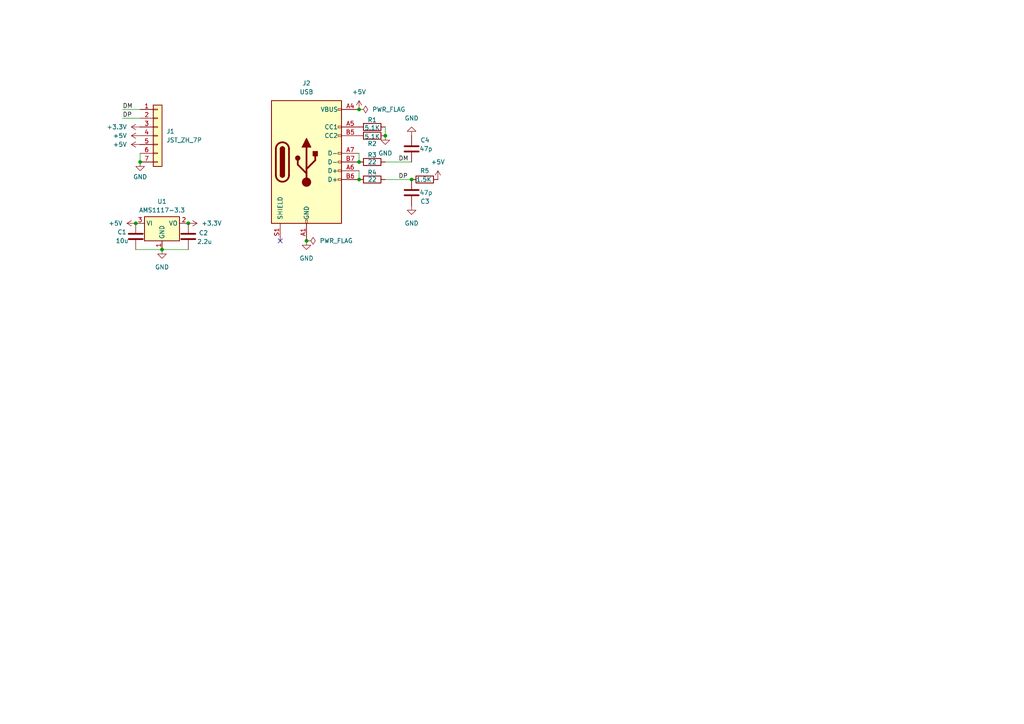
<source format=kicad_sch>
(kicad_sch (version 20231120) (generator "eeschema") (generator_version "8.0")
  (paper "A4")
  (lib_symbols
    (symbol "Connector:USB_C_Receptacle_USB2.0_14P" (pin_names (offset 1.016))
      (property "Reference" "J" (at 0 22.225 0))
      (property "Value" "USB_C_Receptacle_USB2.0_14P" (at 0 19.685 0))
      (symbol "USB_C_Receptacle_USB2.0_14P_0_0"
        (rectangle (start -0.254 -17.78) (end 0.254 -16.764))
        (rectangle (start 10.16 -4.826) (end 9.144 -5.334))
        (rectangle (start 10.16 -2.286) (end 9.144 -2.794))
        (rectangle (start 10.16 0.254) (end 9.144 -0.254))
        (rectangle (start 10.16 2.794) (end 9.144 2.286))
        (rectangle (start 10.16 7.874) (end 9.144 7.366))
        (rectangle (start 10.16 10.414) (end 9.144 9.906))
        (rectangle (start 10.16 15.494) (end 9.144 14.986))
      )
      (symbol "USB_C_Receptacle_USB2.0_14P_0_1"
        (rectangle (start -10.16 17.78) (end 10.16 -17.78) (stroke (width 0.254)) (fill (type background)))
        (arc (start -8.89 -3.81) (mid -6.985 -5.7067) (end -5.08 -3.81) (stroke (width 0.508)))
        (arc (start -7.62 -3.81) (mid -6.985 -4.4423) (end -6.35 -3.81) (stroke (width 0.254)))
        (arc (start -7.62 -3.81) (mid -6.985 -4.4423) (end -6.35 -3.81) (stroke (width 0.254)) (fill (type outline)))
        (rectangle (start -7.62 -3.81) (end -6.35 3.81) (stroke (width 0.254)) (fill (type outline)))
        (arc (start -6.35 3.81) (mid -6.985 4.4423) (end -7.62 3.81) (stroke (width 0.254)))
        (arc (start -6.35 3.81) (mid -6.985 4.4423) (end -7.62 3.81) (stroke (width 0.254)) (fill (type outline)))
        (arc (start -5.08 3.81) (mid -6.985 5.7067) (end -8.89 3.81) (stroke (width 0.508)))
        (circle (center -2.54 1.143) (radius 0.635) (stroke (width 0.254)) (fill (type outline)))
        (circle (center 0 -5.842) (radius 1.27) (fill (type outline)))
        (polyline (pts (xy -8.89 -3.81) (xy -8.89 3.81)) (stroke (width 0.508)))
        (polyline (pts (xy -5.08 3.81) (xy -5.08 -3.81)) (stroke (width 0.508)))
        (polyline (pts (xy 0 -5.842) (xy 0 4.318)) (stroke (width 0.508)))
        (polyline (pts (xy 0 -3.302) (xy -2.54 -0.762) (xy -2.54 0.508)) (stroke (width 0.508)))
        (polyline (pts (xy 0 -2.032) (xy 2.54 0.508) (xy 2.54 1.778)) (stroke (width 0.508)))
        (polyline (pts (xy -1.27 4.318) (xy 0 6.858) (xy 1.27 4.318) (xy -1.27 4.318)) (stroke (width 0.254)) (fill (type outline)))
        (rectangle (start 1.905 1.778) (end 3.175 3.048) (stroke (width 0.254)) (fill (type outline)))
      )
      (symbol "USB_C_Receptacle_USB2.0_14P_1_1"
        (pin passive line (at 0 -22.86 90) (length 5.08) (name "GND") (number "A1"))
        (pin passive line (at 0 -22.86 90) (length 5.08) hide (name "GND") (number "A12"))
        (pin passive line (at 15.24 15.24 180) (length 5.08) (name "VBUS") (number "A4"))
        (pin bidirectional line (at 15.24 10.16 180) (length 5.08) (name "CC1") (number "A5"))
        (pin bidirectional line (at 15.24 -2.54 180) (length 5.08) (name "D+") (number "A6"))
        (pin bidirectional line (at 15.24 2.54 180) (length 5.08) (name "D-") (number "A7"))
        (pin passive line (at 15.24 15.24 180) (length 5.08) hide (name "VBUS") (number "A9"))
        (pin passive line (at 0 -22.86 90) (length 5.08) hide (name "GND") (number "B1"))
        (pin passive line (at 0 -22.86 90) (length 5.08) hide (name "GND") (number "B12"))
        (pin passive line (at 15.24 15.24 180) (length 5.08) hide (name "VBUS") (number "B4"))
        (pin bidirectional line (at 15.24 7.62 180) (length 5.08) (name "CC2") (number "B5"))
        (pin bidirectional line (at 15.24 -5.08 180) (length 5.08) (name "D+") (number "B6"))
        (pin bidirectional line (at 15.24 0 180) (length 5.08) (name "D-") (number "B7"))
        (pin passive line (at 15.24 15.24 180) (length 5.08) hide (name "VBUS") (number "B9"))
        (pin passive line (at -7.62 -22.86 90) (length 5.08) (name "SHIELD") (number "S1"))
      )
    )
    (symbol "Connector_Generic:Conn_01x07" (pin_names (offset 1.016) hide)
      (property "Reference" "J" (at 0 10.16 0))
      (property "Value" "Conn_01x07" (at 0 -10.16 0))
      (symbol "Conn_01x07_1_1"
        (rectangle (start -1.27 -7.493) (end 0 -7.747) (stroke (width 0.1524)))
        (rectangle (start -1.27 -4.953) (end 0 -5.207) (stroke (width 0.1524)))
        (rectangle (start -1.27 -2.413) (end 0 -2.667) (stroke (width 0.1524)))
        (rectangle (start -1.27 0.127) (end 0 -0.127) (stroke (width 0.1524)))
        (rectangle (start -1.27 2.667) (end 0 2.413) (stroke (width 0.1524)))
        (rectangle (start -1.27 5.207) (end 0 4.953) (stroke (width 0.1524)))
        (rectangle (start -1.27 7.747) (end 0 7.493) (stroke (width 0.1524)))
        (rectangle (start -1.27 8.89) (end 1.27 -8.89) (stroke (width 0.254)) (fill (type background)))
        (pin passive line (at -5.08 7.62 0) (length 3.81) (name "Pin_1") (number "1"))
        (pin passive line (at -5.08 5.08 0) (length 3.81) (name "Pin_2") (number "2"))
        (pin passive line (at -5.08 2.54 0) (length 3.81) (name "Pin_3") (number "3"))
        (pin passive line (at -5.08 0 0) (length 3.81) (name "Pin_4") (number "4"))
        (pin passive line (at -5.08 -2.54 0) (length 3.81) (name "Pin_5") (number "5"))
        (pin passive line (at -5.08 -5.08 0) (length 3.81) (name "Pin_6") (number "6"))
        (pin passive line (at -5.08 -7.62 0) (length 3.81) (name "Pin_7") (number "7"))
      )
    )
    (symbol "Device:C" (pin_numbers hide) (pin_names (offset 0.254))
      (property "Reference" "C" (at 0.635 2.54 0))
      (property "Value" "C" (at 0.635 -2.54 0))
      (symbol "C_0_1"
        (polyline (pts (xy -2.032 -0.762) (xy 2.032 -0.762)) (stroke (width 0.508)))
        (polyline (pts (xy -2.032 0.762) (xy 2.032 0.762)) (stroke (width 0.508)))
      )
      (symbol "C_1_1"
        (pin passive line (at 0 3.81 270) (length 2.794) (name "~") (number "1"))
        (pin passive line (at 0 -3.81 90) (length 2.794) (name "~") (number "2"))
      )
    )
    (symbol "Device:R" (pin_numbers hide) (pin_names (offset 0))
      (property "Reference" "R" (at 2.032 0 90))
      (property "Value" "R" (at 0 0 90))
      (symbol "R_0_1"
        (rectangle (start -1.016 -2.54) (end 1.016 2.54) (stroke (width 0.254)))
      )
      (symbol "R_1_1"
        (pin passive line (at 0 3.81 270) (length 1.27) (name "~") (number "1"))
        (pin passive line (at 0 -3.81 90) (length 1.27) (name "~") (number "2"))
      )
    )
    (symbol "Regulator_Linear:AMS1117-3.3"
      (property "Reference" "U" (at -3.81 3.175 0))
      (property "Value" "AMS1117-3.3" (at 0 3.175 0))
      (symbol "AMS1117-3.3_0_1"
        (rectangle (start -5.08 -5.08) (end 5.08 1.905) (stroke (width 0.254)) (fill (type background)))
      )
      (symbol "AMS1117-3.3_1_1"
        (pin power_in line (at 0 -7.62 90) (length 2.54) (name "GND") (number "1"))
        (pin power_out line (at 7.62 0 180) (length 2.54) (name "VO") (number "2"))
        (pin power_in line (at -7.62 0 0) (length 2.54) (name "VI") (number "3"))
      )
    )
    (symbol "power:+3.3V" (power) (pin_numbers hide) (pin_names (offset 0) hide)
      (property "Value" "+3.3V" (at 0 3.556 0))
      (symbol "+3.3V_0_1"
        (polyline (pts (xy -0.762 1.27) (xy 0 2.54)))
        (polyline (pts (xy 0 0) (xy 0 2.54)))
        (polyline (pts (xy 0 2.54) (xy 0.762 1.27)))
      )
      (symbol "+3.3V_1_1"
        (pin power_in line (at 0 0 90) (length 0) (name "~") (number "1"))
      )
    )
    (symbol "power:+5V" (power) (pin_numbers hide) (pin_names (offset 0) hide)
      (property "Value" "+5V" (at 0 3.556 0))
      (symbol "+5V_0_1"
        (polyline (pts (xy -0.762 1.27) (xy 0 2.54)))
        (polyline (pts (xy 0 0) (xy 0 2.54)))
        (polyline (pts (xy 0 2.54) (xy 0.762 1.27)))
      )
      (symbol "+5V_1_1"
        (pin power_in line (at 0 0 90) (length 0) (name "~") (number "1"))
      )
    )
    (symbol "power:GND" (power) (pin_numbers hide) (pin_names (offset 0) hide)
      (property "Value" "GND" (at 0 -3.81 0))
      (symbol "GND_0_1"
        (polyline (pts (xy 0 0) (xy 0 -1.27) (xy 1.27 -1.27) (xy 0 -2.54) (xy -1.27 -1.27) (xy 0 -1.27)))
      )
      (symbol "GND_1_1"
        (pin power_in line (at 0 0 270) (length 0) (name "~") (number "1"))
      )
    )
    (symbol "power:PWR_FLAG" (power) (pin_numbers hide) (pin_names (offset 0) hide)
      (property "Value" "PWR_FLAG" (at 0 3.81 0))
      (symbol "PWR_FLAG_0_0"
        (pin power_out line (at 0 0 90) (length 0) (name "~") (number "1"))
      )
      (symbol "PWR_FLAG_0_1"
        (polyline (pts (xy 0 0) (xy 0 1.27) (xy -1.016 1.905) (xy 0 2.54) (xy 1.016 1.905) (xy 0 1.27)))
      )
    )
  )
  (junction (at 46.99 72.39))
  (junction (at 88.9 69.85))
  (junction (at 111.76 39.37))
  (junction (at 40.64 46.99))
  (junction (at 119.38 52.07))
  (junction (at 39.37 64.77))
  (junction (at 104.14 31.75))
  (junction (at 54.61 64.77))
  (junction (at 104.14 46.99))
  (junction (at 104.14 52.07))
  (no_connect (at 81.28 69.85))
  (wire (pts (xy 39.37 72.39) (xy 46.99 72.39)))
  (wire (pts (xy 46.99 72.39) (xy 54.61 72.39)))
  (wire (pts (xy 111.76 36.83) (xy 111.76 39.37)))
  (wire (pts (xy 104.14 49.53) (xy 104.14 52.07)))
  (wire (pts (xy 35.56 31.75) (xy 40.64 31.75)))
  (wire (pts (xy 111.76 52.07) (xy 119.38 52.07)))
  (wire (pts (xy 104.14 44.45) (xy 104.14 46.99)))
  (wire (pts (xy 111.76 46.99) (xy 119.38 46.99)))
  (wire (pts (xy 40.64 44.45) (xy 40.64 46.99)))
  (wire (pts (xy 35.56 34.29) (xy 40.64 34.29)))
  (label "DP" (at 115.57 52.07 0))
  (label "DP" (at 35.56 34.29 0))
  (label "DM" (at 115.57 46.99 0))
  (label "DM" (at 35.56 31.75 0))
  (symbol (lib_id "power:GND") (at 46.99 72.39 0) (unit 1)
    (property "Reference" "#PWR08" (effects (hide yes)))
    (property "Value" "GND" (at 46.99 77.47 0))
    (property "Description" "Power symbol creates a global label with name \"GND\" , ground" (effects (hide yes)))
  )
  (symbol (lib_id "power:PWR_FLAG") (at 104.14 31.75 270) (unit 1)
    (property "Reference" "#FLG02" (effects (hide yes)))
    (property "Value" "PWR_FLAG" (at 107.95 31.7499 90) (effects (justify left)))
    (property "Description" "Special symbol for telling ERC where power comes from" (effects (hide yes)))
  )
  (symbol (lib_id "power:+5V") (at 40.64 39.37 90) (unit 1)
    (property "Reference" "#PWR02" (effects (hide yes)))
    (property "Value" "+5V" (at 36.83 39.3699 90) (effects (justify left)))
    (property "Description" "Power symbol creates a global label with name \"+5V\"" (effects (hide yes)))
  )
  (symbol (lib_id "power:+5V") (at 39.37 64.77 90) (unit 1)
    (property "Reference" "#PWR09" (effects (hide yes)))
    (property "Value" "+5V" (at 35.56 64.7699 90) (effects (justify left)))
    (property "Description" "Power symbol creates a global label with name \"+5V\"" (effects (hide yes)))
  )
  (symbol (lib_id "Device:R") (at 107.95 39.37 90) (unit 1)
    (property "Reference" "R2" (at 107.95 41.656 90))
    (property "Value" "5.1K" (at 107.95 39.624 90))
    (property "Footprint" "Resistor_SMD:R_0402_1005Metric" (effects (hide yes)))
    (property "Description" "Resistor" (effects (hide yes)))
  )
  (symbol (lib_id "Device:C") (at 39.37 68.58 180) (unit 1)
    (property "Reference" "C1" (at 34.036 67.31 0) (effects (justify right)))
    (property "Value" "10u" (at 33.528 69.85 0) (effects (justify right)))
    (property "Footprint" "Capacitor_SMD:C_0402_1005Metric" (effects (hide yes)))
    (property "Description" "Unpolarized capacitor" (effects (hide yes)))
  )
  (symbol (lib_id "power:GND") (at 119.38 39.37 180) (unit 1)
    (property "Reference" "#PWR011" (effects (hide yes)))
    (property "Value" "GND" (at 119.38 34.29 0))
    (property "Description" "Power symbol creates a global label with name \"GND\" , ground" (effects (hide yes)))
  )
  (symbol (lib_id "power:GND") (at 40.64 46.99 0) (unit 1)
    (property "Reference" "#PWR03" (effects (hide yes)))
    (property "Value" "GND" (at 38.608 51.308 0) (effects (justify left)))
    (property "Description" "Power symbol creates a global label with name \"GND\" , ground" (effects (hide yes)))
  )
  (symbol (lib_id "power:+5V") (at 104.14 31.75 0) (unit 1)
    (property "Reference" "#PWR05" (effects (hide yes)))
    (property "Value" "+5V" (at 104.14 26.67 0))
    (property "Description" "Power symbol creates a global label with name \"+5V\"" (effects (hide yes)))
  )
  (symbol (lib_id "Device:C") (at 119.38 55.88 0) (unit 1)
    (property "Reference" "C3" (at 121.92 58.42 0) (effects (justify left)))
    (property "Value" "47p" (at 121.666 55.8799 0) (effects (justify left)))
    (property "Footprint" "Capacitor_SMD:C_0402_1005Metric" (effects (hide yes)))
    (property "Description" "Unpolarized capacitor" (effects (hide yes)))
  )
  (symbol (lib_id "power:GND") (at 88.9 69.85 0) (unit 1)
    (property "Reference" "#PWR04" (effects (hide yes)))
    (property "Value" "GND" (at 88.9 74.93 0))
    (property "Description" "Power symbol creates a global label with name \"GND\" , ground" (effects (hide yes)))
  )
  (symbol (lib_id "power:GND") (at 119.38 59.69 0) (unit 1)
    (property "Reference" "#PWR012" (effects (hide yes)))
    (property "Value" "GND" (at 119.38 64.77 0))
    (property "Description" "Power symbol creates a global label with name \"GND\" , ground" (effects (hide yes)))
  )
  (symbol (lib_id "Regulator_Linear:AMS1117-3.3") (at 46.99 64.77 0) (unit 1)
    (property "Reference" "U1" (at 46.99 58.42 0))
    (property "Value" "AMS1117-3.3" (at 46.99 60.96 0))
    (property "Footprint" "Package_TO_SOT_SMD:SOT-223-3_TabPin2" (effects (hide yes)))
    (property "Datasheet" "http://www.advanced-monolithic.com/pdf/ds1117.pdf" (effects (hide yes)))
    (property "Description" "1A Low Dropout regulator, positive, 3.3V fixed output, SOT-223" (effects (hide yes)))
    (property "MPN" "C347222" (effects (hide yes)))
  )
  (symbol (lib_id "Device:C") (at 54.61 68.58 180) (unit 1)
    (property "Reference" "C2" (at 57.658 67.564 0) (effects (justify right)))
    (property "Value" "2.2u" (at 57.15 70.104 0) (effects (justify right)))
    (property "Footprint" "Capacitor_SMD:C_0402_1005Metric" (effects (hide yes)))
    (property "Description" "Unpolarized capacitor" (effects (hide yes)))
  )
  (symbol (lib_id "power:+3.3V") (at 40.64 36.83 90) (unit 1)
    (property "Reference" "#PWR01" (effects (hide yes)))
    (property "Value" "+3.3V" (at 36.83 36.8299 90) (effects (justify left)))
    (property "Description" "Power symbol creates a global label with name \"+3.3V\"" (effects (hide yes)))
  )
  (symbol (lib_id "power:PWR_FLAG") (at 88.9 69.85 270) (unit 1)
    (property "Reference" "#FLG01" (effects (hide yes)))
    (property "Value" "PWR_FLAG" (at 92.71 69.8499 90) (effects (justify left)))
    (property "Description" "Special symbol for telling ERC where power comes from" (effects (hide yes)))
  )
  (symbol (lib_id "Connector:USB_C_Receptacle_USB2.0_14P") (at 88.9 46.99 0) (unit 1)
    (property "Reference" "J2" (at 88.9 24.13 0))
    (property "Value" "USB" (at 88.9 26.67 0))
    (property "Footprint" "Connector_USB:USB_C_Receptacle_XKB_U262-16XN-4BVC11" (effects (hide yes)))
    (property "Datasheet" "https://www.usb.org/sites/default/files/documents/usb_type-c.zip" (effects (hide yes)))
    (property "Description" "USB 2.0-only 14P Type-C Receptacle connector" (effects (hide yes)))
    (property "MPN" "C5178539" (effects (hide yes)))
    (property "Note" "C2987386" (effects (hide yes)))
  )
  (symbol (lib_id "Device:C") (at 119.38 43.18 0) (unit 1)
    (property "Reference" "C4" (at 121.92 40.64 0) (effects (justify left)))
    (property "Value" "47p" (at 121.666 43.18 0) (effects (justify left)))
    (property "Footprint" "Capacitor_SMD:C_0402_1005Metric" (effects (hide yes)))
    (property "Description" "Unpolarized capacitor" (effects (hide yes)))
  )
  (symbol (lib_id "Connector_Generic:Conn_01x07") (at 45.72 39.37 0) (unit 1)
    (property "Reference" "J1" (at 48.26 38.0999 0) (effects (justify left)))
    (property "Value" "JST_ZH_7P" (at 48.26 40.6399 0) (effects (justify left)))
    (property "Footprint" "Library:JST_S7B_ZR" (effects (hide yes)))
    (property "Description" "Generic connector, single row, 01x07, script generated (kicad-library-utils/schlib/autogen/connector/)" (effects (hide yes)))
    (property "MPN" "C160734" (effects (hide yes)))
    (property "Note" "C5306723" (effects (hide yes)))
  )
  (symbol (lib_id "Device:R") (at 107.95 36.83 90) (unit 1)
    (property "Reference" "R1" (at 107.95 34.798 90))
    (property "Value" "5.1K" (at 107.95 37.084 90))
    (property "Footprint" "Resistor_SMD:R_0402_1005Metric" (effects (hide yes)))
    (property "Description" "Resistor" (effects (hide yes)))
  )
  (symbol (lib_id "power:+5V") (at 40.64 41.91 90) (unit 1)
    (property "Reference" "#PWR013" (effects (hide yes)))
    (property "Value" "+5V" (at 36.83 41.9099 90) (effects (justify left)))
    (property "Description" "Power symbol creates a global label with name \"+5V\"" (effects (hide yes)))
  )
  (symbol (lib_id "power:+5V") (at 127 52.07 0) (unit 1)
    (property "Reference" "#PWR07" (effects (hide yes)))
    (property "Value" "+5V" (at 127 46.99 0))
    (property "Description" "Power symbol creates a global label with name \"+5V\"" (effects (hide yes)))
  )
  (symbol (lib_id "Device:R") (at 123.19 52.07 90) (unit 1)
    (property "Reference" "R5" (at 123.19 49.53 90))
    (property "Value" "1.5K" (at 122.936 52.07 90))
    (property "Footprint" "Resistor_SMD:R_0402_1005Metric" (effects (hide yes)))
    (property "Description" "Resistor" (effects (hide yes)))
  )
  (symbol (lib_id "power:+3.3V") (at 54.61 64.77 270) (unit 1)
    (property "Reference" "#PWR010" (effects (hide yes)))
    (property "Value" "+3.3V" (at 58.42 64.7699 90) (effects (justify left)))
    (property "Description" "Power symbol creates a global label with name \"+3.3V\"" (effects (hide yes)))
  )
  (symbol (lib_id "Device:R") (at 107.95 46.99 90) (unit 1)
    (property "Reference" "R3" (at 107.95 44.958 90))
    (property "Value" "22" (at 107.95 46.99 90))
    (property "Footprint" "Resistor_SMD:R_0402_1005Metric" (effects (hide yes)))
    (property "Description" "Resistor" (effects (hide yes)))
  )
  (symbol (lib_id "power:GND") (at 111.76 39.37 0) (unit 1)
    (property "Reference" "#PWR06" (effects (hide yes)))
    (property "Value" "GND" (at 111.76 44.45 0))
    (property "Description" "Power symbol creates a global label with name \"GND\" , ground" (effects (hide yes)))
  )
  (symbol (lib_id "Device:R") (at 107.95 52.07 90) (unit 1)
    (property "Reference" "R4" (at 107.95 50.038 90))
    (property "Value" "22" (at 107.95 52.07 90))
    (property "Footprint" "Resistor_SMD:R_0402_1005Metric" (effects (hide yes)))
    (property "Description" "Resistor" (effects (hide yes)))
  )
)
</source>
